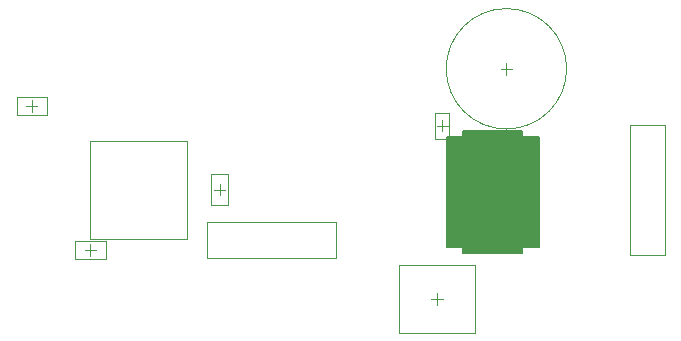
<source format=gbr>
G04*
G04 #@! TF.GenerationSoftware,Altium Limited,Altium Designer,25.8.1 (18)*
G04*
G04 Layer_Color=32768*
%FSLAX25Y25*%
%MOIN*%
G70*
G04*
G04 #@! TF.SameCoordinates,CA0B9550-AE98-4C71-85A6-844D78770B91*
G04*
G04*
G04 #@! TF.FilePolarity,Positive*
G04*
G01*
G75*
%ADD12C,0.00600*%
%ADD76C,0.00394*%
%ADD82C,0.00197*%
G36*
X68599Y17769D02*
X74149D01*
Y-18898D01*
X68599D01*
Y-20865D01*
X48899D01*
Y-18898D01*
X43349D01*
Y17769D01*
X48899D01*
Y19735D01*
X68599D01*
Y17769D01*
D02*
G37*
D12*
X74149Y-18898D02*
Y17769D01*
X68599Y-18898D02*
X74149D01*
X68599Y-20865D02*
Y-18898D01*
X48899Y-20865D02*
X68599D01*
X48899D02*
Y-18898D01*
X43349D02*
X48899D01*
X43349D02*
Y17769D01*
X48899D01*
Y19735D01*
X68599D01*
Y17769D02*
Y19735D01*
Y17769D02*
X74149D01*
D76*
X61307Y40397D02*
X65244D01*
X63275Y38429D02*
Y42366D01*
X39977Y21473D02*
X43717D01*
X41847Y19602D02*
Y23343D01*
X38256Y-36240D02*
X42193D01*
X40225Y-38208D02*
Y-34271D01*
X-32329Y-1753D02*
Y1987D01*
X-34199Y117D02*
X-30459D01*
X-77270Y-20000D02*
X-73530D01*
X-75400Y-21870D02*
Y-18130D01*
X-96770Y28000D02*
X-93030D01*
X-94900Y26130D02*
Y29870D01*
D82*
X83354Y40397D02*
G03*
X83354Y40397I-20079J0D01*
G01*
X104387Y21664D02*
X104387Y-21604D01*
X116159D01*
X116159Y21664D01*
X104387Y21664D02*
X116159Y21664D01*
X-36672Y-22533D02*
Y-10761D01*
X6596D01*
Y-22533D02*
Y-10761D01*
X-36672Y-22533D02*
X6596D01*
X39484Y17142D02*
Y25803D01*
X44209Y17142D02*
Y25803D01*
X39484Y17142D02*
X44209D01*
X39484Y25803D02*
X44209D01*
X27626Y-47539D02*
Y-24941D01*
Y-47539D02*
X52823D01*
Y-24941D01*
X27626D02*
X52823D01*
X-35282Y5235D02*
X-29377D01*
X-35282Y-5001D02*
X-29377D01*
Y5235D01*
X-35282Y-5001D02*
Y5235D01*
X-70282Y-22953D02*
Y-17047D01*
X-80518Y-22953D02*
Y-17047D01*
X-70282D01*
X-80518Y-22953D02*
X-70282D01*
X-100018Y25047D02*
Y30953D01*
X-89782Y25047D02*
Y30953D01*
X-100018Y25047D02*
X-89782D01*
X-100018Y30953D02*
X-89782D01*
X-75640Y-16240D02*
Y16240D01*
Y-16240D02*
X-43160D01*
Y16240D01*
X-75640D02*
X-43160D01*
M02*

</source>
